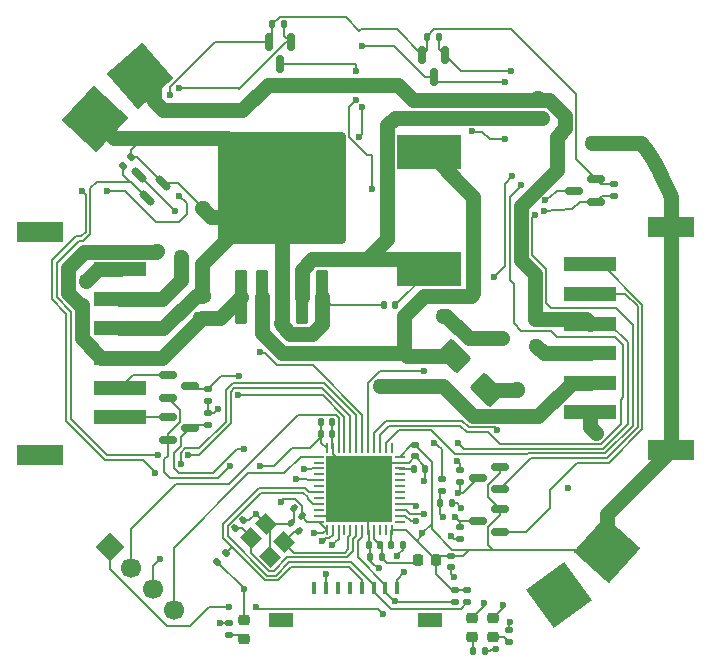
<source format=gbr>
%TF.GenerationSoftware,KiCad,Pcbnew,8.0.1*%
%TF.CreationDate,2024-09-20T18:09:38-07:00*%
%TF.ProjectId,motor_control_design,6d6f746f-725f-4636-9f6e-74726f6c5f64,rev?*%
%TF.SameCoordinates,Original*%
%TF.FileFunction,Copper,L1,Top*%
%TF.FilePolarity,Positive*%
%FSLAX46Y46*%
G04 Gerber Fmt 4.6, Leading zero omitted, Abs format (unit mm)*
G04 Created by KiCad (PCBNEW 8.0.1) date 2024-09-20 18:09:38*
%MOMM*%
%LPD*%
G01*
G04 APERTURE LIST*
G04 Aperture macros list*
%AMRoundRect*
0 Rectangle with rounded corners*
0 $1 Rounding radius*
0 $2 $3 $4 $5 $6 $7 $8 $9 X,Y pos of 4 corners*
0 Add a 4 corners polygon primitive as box body*
4,1,4,$2,$3,$4,$5,$6,$7,$8,$9,$2,$3,0*
0 Add four circle primitives for the rounded corners*
1,1,$1+$1,$2,$3*
1,1,$1+$1,$4,$5*
1,1,$1+$1,$6,$7*
1,1,$1+$1,$8,$9*
0 Add four rect primitives between the rounded corners*
20,1,$1+$1,$2,$3,$4,$5,0*
20,1,$1+$1,$4,$5,$6,$7,0*
20,1,$1+$1,$6,$7,$8,$9,0*
20,1,$1+$1,$8,$9,$2,$3,0*%
%AMHorizOval*
0 Thick line with rounded ends*
0 $1 width*
0 $2 $3 position (X,Y) of the first rounded end (center of the circle)*
0 $4 $5 position (X,Y) of the second rounded end (center of the circle)*
0 Add line between two ends*
20,1,$1,$2,$3,$4,$5,0*
0 Add two circle primitives to create the rounded ends*
1,1,$1,$2,$3*
1,1,$1,$4,$5*%
%AMRotRect*
0 Rectangle, with rotation*
0 The origin of the aperture is its center*
0 $1 length*
0 $2 width*
0 $3 Rotation angle, in degrees counterclockwise*
0 Add horizontal line*
21,1,$1,$2,0,0,$3*%
G04 Aperture macros list end*
%TA.AperFunction,SMDPad,CuDef*%
%ADD10RoundRect,0.250000X-0.475000X0.250000X-0.475000X-0.250000X0.475000X-0.250000X0.475000X0.250000X0*%
%TD*%
%TA.AperFunction,SMDPad,CuDef*%
%ADD11RoundRect,0.140000X0.219203X0.021213X0.021213X0.219203X-0.219203X-0.021213X-0.021213X-0.219203X0*%
%TD*%
%TA.AperFunction,SMDPad,CuDef*%
%ADD12RoundRect,0.135000X0.185000X-0.135000X0.185000X0.135000X-0.185000X0.135000X-0.185000X-0.135000X0*%
%TD*%
%TA.AperFunction,SMDPad,CuDef*%
%ADD13RoundRect,0.150000X0.521491X-0.309359X-0.309359X0.521491X-0.521491X0.309359X0.309359X-0.521491X0*%
%TD*%
%TA.AperFunction,SMDPad,CuDef*%
%ADD14RoundRect,0.218750X0.256250X-0.218750X0.256250X0.218750X-0.256250X0.218750X-0.256250X-0.218750X0*%
%TD*%
%TA.AperFunction,SMDPad,CuDef*%
%ADD15RoundRect,0.135000X-0.185000X0.135000X-0.185000X-0.135000X0.185000X-0.135000X0.185000X0.135000X0*%
%TD*%
%TA.AperFunction,SMDPad,CuDef*%
%ADD16RoundRect,0.218750X-0.218750X-0.256250X0.218750X-0.256250X0.218750X0.256250X-0.218750X0.256250X0*%
%TD*%
%TA.AperFunction,SMDPad,CuDef*%
%ADD17RoundRect,0.135000X-0.035355X0.226274X-0.226274X0.035355X0.035355X-0.226274X0.226274X-0.035355X0*%
%TD*%
%TA.AperFunction,SMDPad,CuDef*%
%ADD18RoundRect,0.140000X-0.140000X-0.170000X0.140000X-0.170000X0.140000X0.170000X-0.140000X0.170000X0*%
%TD*%
%TA.AperFunction,HeatsinkPad*%
%ADD19R,5.600000X5.600000*%
%TD*%
%TA.AperFunction,SMDPad,CuDef*%
%ADD20RoundRect,0.062500X0.375000X-0.062500X0.375000X0.062500X-0.375000X0.062500X-0.375000X-0.062500X0*%
%TD*%
%TA.AperFunction,SMDPad,CuDef*%
%ADD21RoundRect,0.062500X0.062500X-0.375000X0.062500X0.375000X-0.062500X0.375000X-0.062500X-0.375000X0*%
%TD*%
%TA.AperFunction,SMDPad,CuDef*%
%ADD22RoundRect,0.250000X-1.166726X0.247487X0.247487X-1.166726X1.166726X-0.247487X-0.247487X1.166726X0*%
%TD*%
%TA.AperFunction,ComponentPad*%
%ADD23RotRect,4.000000X4.000000X227.000000*%
%TD*%
%TA.AperFunction,SMDPad,CuDef*%
%ADD24R,2.000000X1.300000*%
%TD*%
%TA.AperFunction,SMDPad,CuDef*%
%ADD25R,0.400000X1.000000*%
%TD*%
%TA.AperFunction,SMDPad,CuDef*%
%ADD26RoundRect,0.135000X0.135000X0.185000X-0.135000X0.185000X-0.135000X-0.185000X0.135000X-0.185000X0*%
%TD*%
%TA.AperFunction,SMDPad,CuDef*%
%ADD27RoundRect,0.140000X-0.170000X0.140000X-0.170000X-0.140000X0.170000X-0.140000X0.170000X0.140000X0*%
%TD*%
%TA.AperFunction,SMDPad,CuDef*%
%ADD28RoundRect,0.150000X-0.150000X0.587500X-0.150000X-0.587500X0.150000X-0.587500X0.150000X0.587500X0*%
%TD*%
%TA.AperFunction,SMDPad,CuDef*%
%ADD29RoundRect,0.150000X0.587500X0.150000X-0.587500X0.150000X-0.587500X-0.150000X0.587500X-0.150000X0*%
%TD*%
%TA.AperFunction,ComponentPad*%
%ADD30RotRect,1.700000X1.700000X45.000000*%
%TD*%
%TA.AperFunction,ComponentPad*%
%ADD31HorizOval,1.700000X0.000000X0.000000X0.000000X0.000000X0*%
%TD*%
%TA.AperFunction,ComponentPad*%
%ADD32RotRect,4.000000X4.000000X131.000000*%
%TD*%
%TA.AperFunction,SMDPad,CuDef*%
%ADD33R,5.400000X2.900000*%
%TD*%
%TA.AperFunction,SMDPad,CuDef*%
%ADD34RoundRect,0.150000X-0.587500X-0.150000X0.587500X-0.150000X0.587500X0.150000X-0.587500X0.150000X0*%
%TD*%
%TA.AperFunction,SMDPad,CuDef*%
%ADD35RoundRect,0.250000X0.300000X-2.050000X0.300000X2.050000X-0.300000X2.050000X-0.300000X-2.050000X0*%
%TD*%
%TA.AperFunction,SMDPad,CuDef*%
%ADD36RoundRect,0.250000X2.375000X-2.025000X2.375000X2.025000X-2.375000X2.025000X-2.375000X-2.025000X0*%
%TD*%
%TA.AperFunction,SMDPad,CuDef*%
%ADD37RoundRect,0.250002X5.149998X-4.449998X5.149998X4.449998X-5.149998X4.449998X-5.149998X-4.449998X0*%
%TD*%
%TA.AperFunction,ComponentPad*%
%ADD38RotRect,4.000000X4.000000X138.000000*%
%TD*%
%TA.AperFunction,SMDPad,CuDef*%
%ADD39RotRect,1.400000X1.200000X135.000000*%
%TD*%
%TA.AperFunction,SMDPad,CuDef*%
%ADD40RoundRect,0.140000X0.021213X-0.219203X0.219203X-0.021213X-0.021213X0.219203X-0.219203X0.021213X0*%
%TD*%
%TA.AperFunction,SMDPad,CuDef*%
%ADD41RoundRect,0.135000X-0.135000X-0.185000X0.135000X-0.185000X0.135000X0.185000X-0.135000X0.185000X0*%
%TD*%
%TA.AperFunction,SMDPad,CuDef*%
%ADD42RoundRect,0.140000X0.140000X0.170000X-0.140000X0.170000X-0.140000X-0.170000X0.140000X-0.170000X0*%
%TD*%
%TA.AperFunction,SMDPad,CuDef*%
%ADD43R,3.911600X1.803400*%
%TD*%
%TA.AperFunction,SMDPad,CuDef*%
%ADD44R,4.495800X1.295400*%
%TD*%
%TA.AperFunction,SMDPad,CuDef*%
%ADD45RoundRect,0.135000X0.035355X-0.226274X0.226274X-0.035355X-0.035355X0.226274X-0.226274X0.035355X0*%
%TD*%
%TA.AperFunction,ComponentPad*%
%ADD46RotRect,4.000000X4.000000X36.000000*%
%TD*%
%TA.AperFunction,ViaPad*%
%ADD47C,1.270000*%
%TD*%
%TA.AperFunction,ViaPad*%
%ADD48C,0.600000*%
%TD*%
%TA.AperFunction,Conductor*%
%ADD49C,0.200000*%
%TD*%
%TA.AperFunction,Conductor*%
%ADD50C,1.270000*%
%TD*%
G04 APERTURE END LIST*
D10*
%TO.P,C14,1*%
%TO.N,GND*%
X136017000Y-86045001D03*
%TO.P,C14,2*%
%TO.N,+BATT*%
X136017000Y-87944999D03*
%TD*%
D11*
%TO.P,C4,1*%
%TO.N,+3.3V*%
X144484411Y-104733411D03*
%TO.P,C4,2*%
%TO.N,GND*%
X143805589Y-104054589D03*
%TD*%
D12*
%TO.P,R21,1*%
%TO.N,GND*%
X157861000Y-106681999D03*
%TO.P,R21,2*%
%TO.N,/E2B*%
X157861000Y-105662001D03*
%TD*%
D13*
%TO.P,Q13,1,G*%
%TO.N,/M1Q1*%
X131337074Y-77816577D03*
%TO.P,Q13,2,S*%
%TO.N,GND*%
X132680577Y-76473074D03*
%TO.P,Q13,3,D*%
%TO.N,Net-(Q13-D)*%
X130683000Y-75819000D03*
%TD*%
D14*
%TO.P,D2,1,K*%
%TO.N,Net-(D2-K)*%
X158879000Y-114937000D03*
%TO.P,D2,2,A*%
%TO.N,/LED_G*%
X158879000Y-113361998D03*
%TD*%
D15*
%TO.P,R3,1*%
%TO.N,+3.3V*%
X157480000Y-110996001D03*
%TO.P,R3,2*%
%TO.N,/NRST*%
X157480000Y-112015999D03*
%TD*%
D16*
%TO.P,FB1,1*%
%TO.N,+3.3VA*%
X154279500Y-108458000D03*
%TO.P,FB1,2*%
%TO.N,+3.3V*%
X155854500Y-108458000D03*
%TD*%
D17*
%TO.P,R1,1*%
%TO.N,/SDA*%
X138028624Y-107843376D03*
%TO.P,R1,2*%
%TO.N,+3.3V*%
X137307376Y-108564624D03*
%TD*%
D18*
%TO.P,C7,1*%
%TO.N,Net-(U1-VCAP1)*%
X153952000Y-100711000D03*
%TO.P,C7,2*%
%TO.N,GND*%
X154912000Y-100711000D03*
%TD*%
D19*
%TO.P,U1,49,VSS*%
%TO.N,GND*%
X149333570Y-102427000D03*
D20*
%TO.P,U1,48,VDD*%
%TO.N,+3.3V*%
X145896070Y-105177000D03*
%TO.P,U1,47,VSS*%
%TO.N,GND*%
X145896070Y-104677000D03*
%TO.P,U1,46,PB9*%
%TO.N,unconnected-(U1-PB9-Pad46)*%
X145896070Y-104176999D03*
%TO.P,U1,45,PB8*%
%TO.N,/SCL*%
X145896070Y-103677000D03*
%TO.P,U1,44,BOOT0*%
%TO.N,unconnected-(U1-BOOT0-Pad44)*%
X145896070Y-103177001D03*
%TO.P,U1,43,PB7*%
%TO.N,/SDA*%
X145896070Y-102677000D03*
%TO.P,U1,42,PB6*%
%TO.N,unconnected-(U1-PB6-Pad42)*%
X145896070Y-102177000D03*
%TO.P,U1,41,PB5*%
%TO.N,/E1B*%
X145896070Y-101676999D03*
%TO.P,U1,40,PB4*%
%TO.N,unconnected-(U1-PB4-Pad40)*%
X145896070Y-101177000D03*
%TO.P,U1,39,PB3*%
%TO.N,/E1A*%
X145896070Y-100677001D03*
%TO.P,U1,38,PA15*%
%TO.N,unconnected-(U1-PA15-Pad38)*%
X145896070Y-100177000D03*
%TO.P,U1,37,PA14*%
%TO.N,/SWCLK*%
X145896070Y-99677000D03*
D21*
%TO.P,U1,36,VDD*%
%TO.N,+3.3V*%
X146583570Y-98989500D03*
%TO.P,U1,35,VSS*%
%TO.N,GND*%
X147083570Y-98989500D03*
%TO.P,U1,34,PA13*%
%TO.N,/SWDIO*%
X147583571Y-98989500D03*
%TO.P,U1,33,PA12*%
%TO.N,/M1Q2*%
X148083570Y-98989500D03*
%TO.P,U1,32,PA11*%
%TO.N,/M1Q1*%
X148583569Y-98989500D03*
%TO.P,U1,31,PA10*%
%TO.N,/M1Q3*%
X149083570Y-98989500D03*
%TO.P,U1,30,PA9*%
%TO.N,/M1Q4*%
X149583570Y-98989500D03*
%TO.P,U1,29,PA8*%
%TO.N,/M2Q4*%
X150083571Y-98989500D03*
%TO.P,U1,28,PB15*%
%TO.N,/M2Q2*%
X150583570Y-98989500D03*
%TO.P,U1,27,PB14*%
%TO.N,/M2Q1*%
X151083569Y-98989500D03*
%TO.P,U1,26,PB13*%
%TO.N,/M2Q3*%
X151583570Y-98989500D03*
%TO.P,U1,25,PB12*%
%TO.N,unconnected-(U1-PB12-Pad25)*%
X152083570Y-98989500D03*
D20*
%TO.P,U1,24,VDD*%
%TO.N,+3.3V*%
X152771070Y-99677000D03*
%TO.P,U1,23,VSS*%
%TO.N,GND*%
X152771070Y-100177000D03*
%TO.P,U1,22,VCAP1*%
%TO.N,Net-(U1-VCAP1)*%
X152771070Y-100677001D03*
%TO.P,U1,21,PB10*%
%TO.N,unconnected-(U1-PB10-Pad21)*%
X152771070Y-101177000D03*
%TO.P,U1,20,PB2*%
%TO.N,unconnected-(U1-PB2-Pad20)*%
X152771070Y-101676999D03*
%TO.P,U1,19,PB1*%
%TO.N,unconnected-(U1-PB1-Pad19)*%
X152771070Y-102177000D03*
%TO.P,U1,18,PB0*%
%TO.N,unconnected-(U1-PB0-Pad18)*%
X152771070Y-102677000D03*
%TO.P,U1,17,PA7*%
%TO.N,unconnected-(U1-PA7-Pad17)*%
X152771070Y-103177001D03*
%TO.P,U1,16,PA6*%
%TO.N,/E2A*%
X152771070Y-103677000D03*
%TO.P,U1,15,PA5*%
%TO.N,/E2B*%
X152771070Y-104176999D03*
%TO.P,U1,14,PA4*%
%TO.N,/VBatt_sense*%
X152771070Y-104677000D03*
%TO.P,U1,13,PA3*%
%TO.N,unconnected-(U1-PA3-Pad13)*%
X152771070Y-105177000D03*
D21*
%TO.P,U1,12,PA2*%
%TO.N,+3.3V*%
X152083570Y-105864500D03*
%TO.P,U1,11,PA1*%
%TO.N,unconnected-(U1-PA1-Pad11)*%
X151583570Y-105864500D03*
%TO.P,U1,10,PA0*%
%TO.N,unconnected-(U1-PA0-Pad10)*%
X151083569Y-105864500D03*
%TO.P,U1,9,VREF+*%
%TO.N,+3.3VA*%
X150583570Y-105864500D03*
%TO.P,U1,8,VSSA*%
%TO.N,GND*%
X150083571Y-105864500D03*
%TO.P,U1,7,NRST*%
%TO.N,/NRST*%
X149583570Y-105864500D03*
%TO.P,U1,6,PH1*%
%TO.N,/OSC_OUT*%
X149083570Y-105864500D03*
%TO.P,U1,5,PH0*%
%TO.N,/OSC_IN*%
X148583569Y-105864500D03*
%TO.P,U1,4,PC15*%
%TO.N,unconnected-(U1-PC15-Pad4)*%
X148083570Y-105864500D03*
%TO.P,U1,3,PC14*%
%TO.N,/LED_B*%
X147583571Y-105864500D03*
%TO.P,U1,2,PC13*%
%TO.N,/LED_G*%
X147083570Y-105864500D03*
%TO.P,U1,1,VBAT*%
%TO.N,+3.3V*%
X146583570Y-105864500D03*
%TD*%
D22*
%TO.P,D11,2,A*%
%TO.N,GND*%
X160164214Y-93997214D03*
%TO.P,D11,1,K*%
%TO.N,Net-(D11-K)*%
X157335786Y-91168786D03*
%TD*%
D23*
%TO.P,J4,1,Pin_1*%
%TO.N,GND*%
X127000000Y-71120000D03*
%TD*%
D14*
%TO.P,D3,1,K*%
%TO.N,Net-(D3-K)*%
X160657000Y-114937000D03*
%TO.P,D3,2,A*%
%TO.N,/LED_B*%
X160657000Y-113361998D03*
%TD*%
D24*
%TO.P,J5,MP*%
%TO.N,N/C*%
X155348000Y-113538000D03*
X142748000Y-113538000D03*
D25*
%TO.P,J5,8,Pin_8*%
%TO.N,GND*%
X152548000Y-110838000D03*
%TO.P,J5,7,Pin_7*%
%TO.N,/NRST*%
X151548000Y-110838000D03*
%TO.P,J5,6,Pin_6*%
%TO.N,/SCL*%
X150548000Y-110838000D03*
%TO.P,J5,5,Pin_5*%
%TO.N,/SDA*%
X149548000Y-110838000D03*
%TO.P,J5,4,Pin_4*%
%TO.N,/S2*%
X148548000Y-110838000D03*
%TO.P,J5,3,Pin_3*%
%TO.N,/S1*%
X147548000Y-110838000D03*
%TO.P,J5,2,Pin_2*%
%TO.N,+3.3V*%
X146548000Y-110838000D03*
%TO.P,J5,1,Pin_1*%
%TO.N,VBUS*%
X145548000Y-110838000D03*
%TD*%
D26*
%TO.P,R24,1*%
%TO.N,/M2Q3*%
X156084999Y-64135000D03*
%TO.P,R24,2*%
%TO.N,GND*%
X155065001Y-64135000D03*
%TD*%
D27*
%TO.P,C11,1*%
%TO.N,+3.3V*%
X157099000Y-108105000D03*
%TO.P,C11,2*%
%TO.N,GND*%
X157099000Y-109065000D03*
%TD*%
D11*
%TO.P,C2,1*%
%TO.N,/OSC_IN*%
X144230411Y-106003411D03*
%TO.P,C2,2*%
%TO.N,GND*%
X143551589Y-105324589D03*
%TD*%
D12*
%TO.P,R8,1*%
%TO.N,Net-(D3-K)*%
X162054000Y-115395997D03*
%TO.P,R8,2*%
%TO.N,GND*%
X162054000Y-114375999D03*
%TD*%
D18*
%TO.P,C15,1*%
%TO.N,GND*%
X151440000Y-86868000D03*
%TO.P,C15,2*%
%TO.N,+3.3V*%
X152400000Y-86868000D03*
%TD*%
D28*
%TO.P,Q4,1,G*%
%TO.N,/M1Q3*%
X143571000Y-64594500D03*
%TO.P,Q4,2,S*%
%TO.N,GND*%
X141671000Y-64594500D03*
%TO.P,Q4,3,D*%
%TO.N,Net-(Q1-G)*%
X142621000Y-66469501D03*
%TD*%
D29*
%TO.P,Q5,1,G*%
%TO.N,/M2Q1*%
X169418000Y-78105000D03*
%TO.P,Q5,2,S*%
%TO.N,GND*%
X169418000Y-76205000D03*
%TO.P,Q5,3,D*%
%TO.N,Net-(Q5-D)*%
X167542999Y-77155000D03*
%TD*%
D15*
%TO.P,R10,1*%
%TO.N,GND*%
X136525000Y-96012000D03*
%TO.P,R10,2*%
%TO.N,/E1B*%
X136525000Y-97031998D03*
%TD*%
D12*
%TO.P,R9,1*%
%TO.N,GND*%
X136525000Y-94997999D03*
%TO.P,R9,2*%
%TO.N,/E1A*%
X136525000Y-93978001D03*
%TD*%
D30*
%TO.P,J2,1,Pin_1*%
%TO.N,/NRST*%
X128251949Y-107296949D03*
D31*
%TO.P,J2,2,Pin_2*%
%TO.N,/SWDIO*%
X130048000Y-109093000D03*
%TO.P,J2,3,Pin_3*%
%TO.N,GND*%
X131844051Y-110889051D03*
%TO.P,J2,4,Pin_4*%
%TO.N,/SWCLK*%
X133640103Y-112685103D03*
%TD*%
D32*
%TO.P,J3,1,Pin_1*%
%TO.N,+BATT*%
X130810000Y-67437000D03*
%TD*%
D12*
%TO.P,R2,1*%
%TO.N,/SCL*%
X158496000Y-112015999D03*
%TO.P,R2,2*%
%TO.N,+3.3V*%
X158496000Y-110996001D03*
%TD*%
%TO.P,R17,1*%
%TO.N,/M2Q1*%
X170942000Y-77597000D03*
%TO.P,R17,2*%
%TO.N,GND*%
X170942000Y-76577002D03*
%TD*%
D18*
%TO.P,C1,1*%
%TO.N,+3.3V*%
X146078000Y-96774000D03*
%TO.P,C1,2*%
%TO.N,GND*%
X147038000Y-96774000D03*
%TD*%
D33*
%TO.P,L1,2,2*%
%TO.N,+3.3V*%
X155232000Y-83814002D03*
%TO.P,L1,1,1*%
%TO.N,Net-(D11-K)*%
X155232000Y-73914000D03*
%TD*%
D34*
%TO.P,Q10,1,G*%
%TO.N,Net-(J6-Pin_6)*%
X133126000Y-96332000D03*
%TO.P,Q10,2,S*%
%TO.N,+3.3V*%
X133126000Y-98232000D03*
%TO.P,Q10,3,D*%
%TO.N,/E1B*%
X135001000Y-97282000D03*
%TD*%
D15*
%TO.P,R22,1*%
%TO.N,GND*%
X157861000Y-100836001D03*
%TO.P,R22,2*%
%TO.N,/E2A*%
X157861000Y-101855999D03*
%TD*%
D12*
%TO.P,R5,1*%
%TO.N,Net-(D1-K)*%
X138303000Y-114809999D03*
%TO.P,R5,2*%
%TO.N,GND*%
X138303000Y-113790001D03*
%TD*%
D35*
%TO.P,U3,1,VIN*%
%TO.N,+BATT*%
X139367000Y-86124000D03*
%TO.P,U3,2,OUT*%
%TO.N,Net-(D11-K)*%
X141067000Y-86123999D03*
%TO.P,U3,3,GND*%
%TO.N,GND*%
X142767000Y-86124000D03*
D36*
X139992000Y-79399000D03*
X145542000Y-79399000D03*
D37*
X142767000Y-76974000D03*
D36*
X139992000Y-74549000D03*
X145542000Y-74549000D03*
D35*
%TO.P,U3,4,FB*%
%TO.N,+3.3V*%
X144467000Y-86123999D03*
%TO.P,U3,5,~{ON}/OFF*%
%TO.N,GND*%
X146167000Y-86124000D03*
%TD*%
D29*
%TO.P,Q11,1,G*%
%TO.N,Net-(J8-Pin_6)*%
X161290000Y-106040000D03*
%TO.P,Q11,2,S*%
%TO.N,+3.3V*%
X161290000Y-104140000D03*
%TO.P,Q11,3,D*%
%TO.N,/E2B*%
X159414999Y-105090000D03*
%TD*%
D15*
%TO.P,R11,1*%
%TO.N,+BATT*%
X156337000Y-101598001D03*
%TO.P,R11,2*%
%TO.N,/VBatt_sense*%
X156337000Y-102617999D03*
%TD*%
D38*
%TO.P,J10,1,Pin_1*%
%TO.N,+3.3V*%
X170307000Y-107569000D03*
%TD*%
D29*
%TO.P,Q12,1,G*%
%TO.N,Net-(J8-Pin_5)*%
X161260001Y-102423000D03*
%TO.P,Q12,2,S*%
%TO.N,+3.3V*%
X161260001Y-100523000D03*
%TO.P,Q12,3,D*%
%TO.N,/E2A*%
X159385000Y-101473000D03*
%TD*%
D18*
%TO.P,C3,1*%
%TO.N,+3.3V*%
X152047000Y-107188000D03*
%TO.P,C3,2*%
%TO.N,GND*%
X153007000Y-107188000D03*
%TD*%
D39*
%TO.P,Y1,1,1*%
%TO.N,/OSC_IN*%
X142965716Y-106934000D03*
%TO.P,Y1,2,2*%
%TO.N,GND*%
X141410081Y-105378365D03*
%TO.P,Y1,3,3*%
%TO.N,/OSC_OUT*%
X140208000Y-106580446D03*
%TO.P,Y1,4,4*%
%TO.N,GND*%
X141763635Y-108136081D03*
%TD*%
D26*
%TO.P,R6,1*%
%TO.N,/M1Q3*%
X143003999Y-63070499D03*
%TO.P,R6,2*%
%TO.N,GND*%
X141984001Y-63070499D03*
%TD*%
D18*
%TO.P,C8,1*%
%TO.N,+3.3V*%
X146078000Y-97790000D03*
%TO.P,C8,2*%
%TO.N,GND*%
X147038000Y-97790000D03*
%TD*%
D34*
%TO.P,Q8,1,G*%
%TO.N,Net-(J6-Pin_5)*%
X133126000Y-92776000D03*
%TO.P,Q8,2,S*%
%TO.N,+3.3V*%
X133126000Y-94676000D03*
%TO.P,Q8,3,D*%
%TO.N,/E1A*%
X135001000Y-93726000D03*
%TD*%
D40*
%TO.P,C5,1*%
%TO.N,/OSC_OUT*%
X138852589Y-105749411D03*
%TO.P,C5,2*%
%TO.N,GND*%
X139531411Y-105070589D03*
%TD*%
D41*
%TO.P,R7,1*%
%TO.N,Net-(D2-K)*%
X159004000Y-116155998D03*
%TO.P,R7,2*%
%TO.N,GND*%
X160024000Y-116155998D03*
%TD*%
D42*
%TO.P,C9,1*%
%TO.N,+3.3VA*%
X151102000Y-107188000D03*
%TO.P,C9,2*%
%TO.N,GND*%
X150142000Y-107188000D03*
%TD*%
%TO.P,C10,1*%
%TO.N,+3.3VA*%
X151229000Y-108204000D03*
%TO.P,C10,2*%
%TO.N,GND*%
X150269000Y-108204000D03*
%TD*%
D43*
%TO.P,J6,8*%
%TO.N,N/C*%
X122310953Y-99530498D03*
%TO.P,J6,7*%
X122310944Y-80630497D03*
D44*
%TO.P,J6,6,Pin_6*%
%TO.N,Net-(J6-Pin_6)*%
X129110949Y-96330498D03*
%TO.P,J6,5,Pin_5*%
%TO.N,Net-(J6-Pin_5)*%
X129110944Y-93830497D03*
%TO.P,J6,4,Pin_4*%
%TO.N,+BATT*%
X129110945Y-91330496D03*
%TO.P,J6,3,Pin_3*%
%TO.N,GND*%
X129110948Y-88830496D03*
%TO.P,J6,2,Pin_2*%
%TO.N,/M1B*%
X129110946Y-86330501D03*
%TO.P,J6,1,Pin_1*%
%TO.N,/M1A*%
X129110946Y-83830497D03*
%TD*%
D14*
%TO.P,D1,1,K*%
%TO.N,Net-(D1-K)*%
X139573000Y-115087501D03*
%TO.P,D1,2,A*%
%TO.N,+3.3V*%
X139573000Y-113512499D03*
%TD*%
D43*
%TO.P,J8,8*%
%TO.N,N/C*%
X175712194Y-80211998D03*
%TO.P,J8,7*%
X175712202Y-99111999D03*
D44*
%TO.P,J8,6,Pin_6*%
%TO.N,Net-(J8-Pin_6)*%
X168912197Y-83411998D03*
%TO.P,J8,5,Pin_5*%
%TO.N,Net-(J8-Pin_5)*%
X168912202Y-85911999D03*
%TO.P,J8,4,Pin_4*%
%TO.N,+BATT*%
X168912201Y-88412000D03*
%TO.P,J8,3,Pin_3*%
%TO.N,GND*%
X168912198Y-90912000D03*
%TO.P,J8,2,Pin_2*%
%TO.N,/M2B*%
X168912200Y-93411995D03*
%TO.P,J8,1,Pin_1*%
%TO.N,/M2A*%
X168912200Y-95911999D03*
%TD*%
D45*
%TO.P,R4,1*%
%TO.N,/M1Q1*%
X129306376Y-75036624D03*
%TO.P,R4,2*%
%TO.N,GND*%
X130027624Y-74315376D03*
%TD*%
D27*
%TO.P,C6,1*%
%TO.N,+3.3V*%
X154051000Y-98707000D03*
%TO.P,C6,2*%
%TO.N,GND*%
X154051000Y-99667000D03*
%TD*%
D46*
%TO.P,J9,1,Pin_1*%
%TO.N,GND*%
X166243000Y-111379000D03*
%TD*%
D41*
%TO.P,R12,1*%
%TO.N,/VBatt_sense*%
X156208000Y-103632000D03*
%TO.P,R12,2*%
%TO.N,GND*%
X157228000Y-103632000D03*
%TD*%
D28*
%TO.P,Q16,1,G*%
%TO.N,/M2Q3*%
X156586000Y-65659000D03*
%TO.P,Q16,2,S*%
%TO.N,GND*%
X154686000Y-65659000D03*
%TO.P,Q16,3,D*%
%TO.N,Net-(Q14-G)*%
X155636000Y-67534001D03*
%TD*%
D47*
%TO.N,GND*%
X162687000Y-93980000D03*
D48*
X167005000Y-102362000D03*
X133350000Y-72517000D03*
X140589000Y-104521000D03*
X137414000Y-95631000D03*
X133350000Y-69088000D03*
X151003000Y-109093000D03*
X153162000Y-109474000D03*
D47*
X164338000Y-90297000D03*
D48*
X132461000Y-108331000D03*
D47*
X156464000Y-87757000D03*
X142748000Y-88392000D03*
X136144000Y-78613000D03*
D48*
X154813000Y-101727000D03*
X157607000Y-100076000D03*
X162092246Y-113648548D03*
X157099000Y-106426000D03*
X160909000Y-115951000D03*
D47*
X161417000Y-89662000D03*
D48*
X157988000Y-104013000D03*
X157353000Y-109855000D03*
X137541000Y-113792000D03*
X152527000Y-108077000D03*
%TO.N,+3.3V*%
X138430000Y-100457000D03*
X140908927Y-100459279D03*
X154686000Y-106172000D03*
D47*
X169037000Y-73152000D03*
D48*
X142748000Y-103505000D03*
X139573000Y-110871000D03*
D47*
X164846000Y-70993000D03*
D48*
X146558000Y-109601000D03*
X145542000Y-106172000D03*
%TO.N,+BATT*%
X157734000Y-98552000D03*
X155702000Y-98552000D03*
D47*
X132207000Y-82296000D03*
X164465000Y-69342000D03*
D48*
%TO.N,/LED_G*%
X159874357Y-112112738D03*
X146177000Y-106807000D03*
%TO.N,/LED_B*%
X161544000Y-112268000D03*
X147066000Y-107188000D03*
D47*
%TO.N,/M1A*%
X126238000Y-84836000D03*
%TO.N,/M1B*%
X134239000Y-82804000D03*
D48*
%TO.N,/NRST*%
X138303000Y-112395000D03*
X152400000Y-111887000D03*
X140589000Y-112395000D03*
X151384000Y-113030000D03*
%TO.N,/M1Q3*%
X134112000Y-68453000D03*
X134112000Y-77597000D03*
X125857000Y-77216000D03*
X132080000Y-101092000D03*
X134239000Y-100330000D03*
X128016000Y-77216000D03*
%TO.N,/M1Q1*%
X134874000Y-99568000D03*
X132334000Y-99568000D03*
%TO.N,/M1Q4*%
X140970000Y-90805000D03*
%TO.N,/M1Q2*%
X139065000Y-94488000D03*
%TO.N,/VBatt_sense*%
X156464000Y-104775000D03*
X154178000Y-105156000D03*
%TO.N,/M2Q1*%
X164973000Y-78867000D03*
X163068000Y-76708000D03*
%TO.N,/M2Q3*%
X164211000Y-79248000D03*
X162179000Y-67056000D03*
%TO.N,/M2Q4*%
X154813000Y-92456000D03*
%TO.N,/M2Q2*%
X161036000Y-97409000D03*
D47*
%TO.N,/M2A*%
X169418000Y-97663000D03*
%TO.N,/M2B*%
X151130000Y-93726000D03*
D48*
%TO.N,/E1A*%
X144653000Y-100711000D03*
X139192000Y-92837000D03*
%TO.N,/E1B*%
X144018000Y-101600000D03*
X139573000Y-99060000D03*
%TO.N,/E2B*%
X154813000Y-104521000D03*
X157480000Y-104775000D03*
%TO.N,/E2A*%
X157734000Y-102743000D03*
X154178000Y-103886000D03*
%TO.N,Net-(Q1-G)*%
X149098000Y-67056000D03*
X149098000Y-69469000D03*
X150404939Y-77027648D03*
%TO.N,Net-(Q13-D)*%
X133731000Y-78867000D03*
%TO.N,Net-(Q5-D)*%
X160782000Y-84455000D03*
X162306000Y-75946000D03*
X165100000Y-77978000D03*
%TO.N,Net-(Q14-G)*%
X161671000Y-67945000D03*
X149606000Y-64897000D03*
X161671000Y-72771000D03*
X149606000Y-70104000D03*
X158877000Y-72136000D03*
X149352000Y-72644000D03*
%TD*%
D49*
%TO.N,/SWDIO*%
X147618000Y-96417866D02*
X147618000Y-98955071D01*
X147339134Y-96139000D02*
X147618000Y-96417866D01*
X144145000Y-96139000D02*
X147339134Y-96139000D01*
X138303000Y-101981000D02*
X144145000Y-96139000D01*
X147618000Y-98955071D02*
X147583571Y-98989500D01*
X133858000Y-101981000D02*
X138303000Y-101981000D01*
X130048000Y-105791000D02*
X133858000Y-101981000D01*
X130048000Y-109093000D02*
X130048000Y-105791000D01*
D50*
%TO.N,+BATT*%
X137546001Y-87944999D02*
X139367000Y-86124000D01*
X136017000Y-87944999D02*
X137546001Y-87944999D01*
X132631503Y-91330496D02*
X136017000Y-87944999D01*
X129110945Y-91330496D02*
X132631503Y-91330496D01*
%TO.N,GND*%
X136017000Y-83374000D02*
X139992000Y-79399000D01*
X136017000Y-86045001D02*
X136017000Y-83374000D01*
X135528211Y-86045001D02*
X136017000Y-86045001D01*
X132742716Y-88830496D02*
X135528211Y-86045001D01*
X129110948Y-88830496D02*
X132742716Y-88830496D01*
%TO.N,+BATT*%
X131161602Y-91330496D02*
X129110945Y-91330496D01*
%TO.N,GND*%
X162687000Y-93980000D02*
X162704214Y-93997214D01*
X162669786Y-93997214D02*
X162687000Y-93980000D01*
X160164214Y-93997214D02*
X162669786Y-93997214D01*
D49*
X152542000Y-63515000D02*
X154686000Y-65659000D01*
D50*
X142767000Y-88373000D02*
X142767000Y-86124000D01*
D49*
X150269000Y-108204000D02*
X150269000Y-108486000D01*
X157607000Y-103632000D02*
X157988000Y-104013000D01*
X154912000Y-100711000D02*
X154912000Y-101628000D01*
X153541000Y-100177000D02*
X154051000Y-99667000D01*
X160909000Y-115951000D02*
X160909000Y-115824000D01*
D50*
X128548262Y-72668262D02*
X127000000Y-71120000D01*
D49*
X131844051Y-108947949D02*
X132461000Y-108331000D01*
X141746477Y-105714761D02*
X141410081Y-105378365D01*
X157228000Y-103632000D02*
X157607000Y-103632000D01*
X157354999Y-106681999D02*
X157099000Y-106426000D01*
X132680577Y-76473074D02*
X134004074Y-76473074D01*
X150269000Y-108486000D02*
X150622000Y-108839000D01*
X142604001Y-62450499D02*
X141984001Y-63070499D01*
X137671998Y-113790001D02*
X137541000Y-113792000D01*
X149333570Y-102427000D02*
X151583570Y-100177000D01*
D50*
X142767000Y-86124000D02*
X142767000Y-76974000D01*
D49*
X167686000Y-74473000D02*
X167686000Y-69007000D01*
X155065001Y-64135000D02*
X155065001Y-65279999D01*
X160450002Y-116155998D02*
X160655000Y-115951000D01*
X141984001Y-63070499D02*
X141984001Y-64281499D01*
X136525000Y-94997999D02*
X136525000Y-96012000D01*
X147038000Y-97790000D02*
X147038000Y-98943930D01*
X157861000Y-106681999D02*
X157354999Y-106681999D01*
D50*
X136144000Y-78613000D02*
X136017000Y-78613000D01*
D49*
X155700001Y-63500000D02*
X155065001Y-64135000D01*
D50*
X139992000Y-79399000D02*
X136803000Y-79399000D01*
D49*
X150083571Y-105864500D02*
X150083571Y-103177001D01*
X160655000Y-115951000D02*
X160909000Y-115951000D01*
X160782000Y-115824000D02*
X160909000Y-115951000D01*
D50*
X164953000Y-90912000D02*
X164338000Y-90297000D01*
D49*
X134004074Y-76473074D02*
X136144000Y-78613000D01*
X150622000Y-108839000D02*
X150749000Y-108966000D01*
X137541000Y-113792000D02*
X137668000Y-113790001D01*
X148175499Y-62450499D02*
X142604001Y-62450499D01*
X140552716Y-104521000D02*
X140589000Y-104557284D01*
X131844051Y-110889051D02*
X131844051Y-108947949D01*
X167686000Y-69007000D02*
X162179000Y-63500000D01*
D50*
X158623000Y-89662000D02*
X156718000Y-87757000D01*
D49*
X141763635Y-108136081D02*
X141746477Y-108118923D01*
X150142000Y-107188000D02*
X150142000Y-105922929D01*
D50*
X146167000Y-88424000D02*
X145332001Y-89258999D01*
D49*
X149352000Y-63627000D02*
X148175499Y-62450499D01*
X157861000Y-100330000D02*
X157607000Y-100076000D01*
X133350000Y-68615000D02*
X133350000Y-69088000D01*
D50*
X139992000Y-74549000D02*
X138111262Y-72668262D01*
D49*
X149464000Y-63515000D02*
X152542000Y-63515000D01*
D50*
X161417000Y-89662000D02*
X158623000Y-89662000D01*
D49*
X151003000Y-109093000D02*
X150876000Y-108966000D01*
X152527000Y-108077000D02*
X152546000Y-108058000D01*
X130027624Y-73704638D02*
X131064000Y-72668262D01*
X143497813Y-105378365D02*
X143551589Y-105324589D01*
X140589000Y-104521000D02*
X140552716Y-104521000D01*
X150083571Y-103177001D02*
X149333570Y-102427000D01*
X150269000Y-108204000D02*
X150269000Y-107315000D01*
D50*
X142767000Y-88411000D02*
X142748000Y-88392000D01*
D49*
X139531411Y-105070589D02*
X140039411Y-105070589D01*
X130027624Y-74315376D02*
X130027624Y-73704638D01*
X147038000Y-98943930D02*
X147083570Y-98989500D01*
X147038000Y-96774000D02*
X147038000Y-97790000D01*
D50*
X143487999Y-89258999D02*
X142767000Y-88538000D01*
D49*
X160024000Y-116155998D02*
X160450002Y-116155998D01*
D50*
X145332001Y-89258999D02*
X143487999Y-89258999D01*
D49*
X145896070Y-104677000D02*
X147083570Y-104677000D01*
X147083570Y-104677000D02*
X149333570Y-102427000D01*
X143805589Y-104054589D02*
X143805589Y-105070589D01*
X151583570Y-100177000D02*
X152771070Y-100177000D01*
X133350000Y-68366471D02*
X133350000Y-68615000D01*
D50*
X136144000Y-78740000D02*
X136144000Y-78613000D01*
D49*
X130522879Y-74315376D02*
X132680577Y-76473074D01*
D50*
X142767000Y-88538000D02*
X142767000Y-88411000D01*
D49*
X170942000Y-76577002D02*
X169790002Y-76577002D01*
X141410081Y-105378365D02*
X143497813Y-105378365D01*
D50*
X168912198Y-90912000D02*
X164953000Y-90912000D01*
D49*
X152548000Y-110088000D02*
X153162000Y-109474000D01*
X146911000Y-86868000D02*
X146167000Y-86124000D01*
X154912000Y-100528000D02*
X154051000Y-99667000D01*
X130027624Y-74315376D02*
X130522879Y-74315376D01*
X150142000Y-105922929D02*
X150083571Y-105864500D01*
X137033000Y-96012000D02*
X137414000Y-95631000D01*
X154912000Y-101628000D02*
X154813000Y-101727000D01*
X141410081Y-105378365D02*
X140589000Y-104557284D01*
X138303000Y-113790001D02*
X137671998Y-113790001D01*
X149333570Y-102427000D02*
X149333570Y-101691385D01*
X150269000Y-107315000D02*
X150142000Y-107188000D01*
X149333570Y-101691385D02*
X147083570Y-99441385D01*
X152548000Y-110838000D02*
X152548000Y-110088000D01*
X141671000Y-64594500D02*
X137121971Y-64594500D01*
X149352000Y-63627000D02*
X149464000Y-63515000D01*
X153007000Y-107188000D02*
X153007000Y-107597000D01*
X162054000Y-114375999D02*
X162054000Y-113686794D01*
D50*
X146167000Y-86124000D02*
X146167000Y-88424000D01*
D49*
X141746477Y-108118923D02*
X141746477Y-105714761D01*
D50*
X136017000Y-78613000D02*
X136017000Y-78613000D01*
X136803000Y-79399000D02*
X136144000Y-78740000D01*
D49*
X151440000Y-86868000D02*
X146911000Y-86868000D01*
X141984001Y-64281499D02*
X141671000Y-64594500D01*
X145542000Y-74168000D02*
X145542000Y-74549000D01*
X155065001Y-65279999D02*
X154686000Y-65659000D01*
X152771070Y-100177000D02*
X153541000Y-100177000D01*
X143805589Y-105070589D02*
X143551589Y-105324589D01*
X140589000Y-104557284D02*
X140589000Y-104521000D01*
X169418000Y-76205000D02*
X167686000Y-74473000D01*
X137121971Y-64594500D02*
X133350000Y-68366471D01*
X169790002Y-76577002D02*
X169418000Y-76205000D01*
X154912000Y-100711000D02*
X154912000Y-100528000D01*
X140039411Y-105070589D02*
X140589000Y-104521000D01*
X157861000Y-100836001D02*
X157861000Y-100330000D01*
X150749000Y-108966000D02*
X151003000Y-109093000D01*
X136525000Y-96012000D02*
X137033000Y-96012000D01*
D50*
X138111262Y-72668262D02*
X131064000Y-72668262D01*
D49*
X162054000Y-113686794D02*
X162092246Y-113648548D01*
X152654000Y-107950000D02*
X152527000Y-108077000D01*
X162179000Y-63500000D02*
X155700001Y-63500000D01*
X153007000Y-107597000D02*
X152654000Y-107950000D01*
D50*
X156718000Y-87757000D02*
X156464000Y-87757000D01*
X142748000Y-88392000D02*
X142767000Y-88373000D01*
D49*
X157099000Y-109065000D02*
X157099000Y-109601000D01*
X147083570Y-99441385D02*
X147083570Y-98989500D01*
X157099000Y-109601000D02*
X157353000Y-109855000D01*
D50*
X131064000Y-72668262D02*
X128548262Y-72668262D01*
D49*
X137668000Y-113790001D02*
X137669999Y-113790001D01*
%TO.N,+3.3V*%
X133126000Y-98232000D02*
X133126000Y-99624529D01*
X132842000Y-99908529D02*
X132842000Y-100965000D01*
X155232000Y-84036000D02*
X155232000Y-83814002D01*
X142748000Y-103505000D02*
X142748000Y-103378000D01*
D50*
X152333000Y-70993000D02*
X151697000Y-71629000D01*
D49*
X154051000Y-98707000D02*
X153741070Y-98707000D01*
X154051000Y-98707000D02*
X155492000Y-100148000D01*
X160222501Y-103072501D02*
X161290000Y-104140000D01*
X161290000Y-104593051D02*
X160252500Y-105630551D01*
D50*
X149987000Y-82989000D02*
X145357000Y-82989000D01*
X173535499Y-73518041D02*
X173169458Y-73152000D01*
D49*
X158623000Y-107569000D02*
X157226000Y-107569000D01*
X146078000Y-98483930D02*
X146583570Y-98989500D01*
X145896070Y-105177000D02*
X146583570Y-105864500D01*
X157226000Y-107569000D02*
X155492000Y-105835000D01*
X140911206Y-100457000D02*
X140908927Y-100459279D01*
X143864670Y-103251000D02*
X142875000Y-103251000D01*
X134163500Y-96741448D02*
X133126000Y-97778948D01*
X160222501Y-102082448D02*
X160222501Y-103072501D01*
D50*
X175712202Y-99111999D02*
X175712202Y-85646403D01*
D49*
X157226000Y-110996001D02*
X155854500Y-109624501D01*
X160655000Y-107569000D02*
X170307000Y-107569000D01*
X144484411Y-103870741D02*
X143864670Y-103251000D01*
X134163500Y-95713500D02*
X134163500Y-96741448D01*
X155492000Y-105366000D02*
X154686000Y-106172000D01*
X146276070Y-106172000D02*
X145542000Y-106172000D01*
X154559000Y-106426000D02*
X154190750Y-106794250D01*
X160252500Y-105630551D02*
X160252500Y-107166500D01*
X154190750Y-106794250D02*
X155854500Y-108458000D01*
X153261000Y-105864500D02*
X154190750Y-106794250D01*
D50*
X175525954Y-77237936D02*
X175079371Y-76281442D01*
D49*
X158623000Y-107569000D02*
X160655000Y-107569000D01*
D50*
X151697000Y-71629000D02*
X151697000Y-81279000D01*
D49*
X132842000Y-100965000D02*
X133350000Y-101473000D01*
X146078000Y-97790000D02*
X146078000Y-98483930D01*
D50*
X154406998Y-82989000D02*
X149987000Y-82989000D01*
D49*
X142113000Y-100457000D02*
X140911206Y-100457000D01*
X146558000Y-110828000D02*
X146548000Y-110838000D01*
D50*
X151697000Y-81279000D02*
X149987000Y-82989000D01*
D49*
X152400000Y-86868000D02*
X155232000Y-84036000D01*
X133126000Y-94676000D02*
X134163500Y-95713500D01*
D50*
X174083476Y-74420249D02*
X173535499Y-73518041D01*
D49*
X146583570Y-105864500D02*
X146276070Y-106172000D01*
X157099000Y-108105000D02*
X158087000Y-108105000D01*
X139573000Y-113512499D02*
X139573000Y-110871000D01*
X142875000Y-103251000D02*
X142748000Y-103505000D01*
D50*
X175712202Y-85646403D02*
X175712194Y-85646395D01*
D49*
X155492000Y-104902000D02*
X155492000Y-105366000D01*
D50*
X145357000Y-82989000D02*
X144467000Y-83879000D01*
D49*
X146078000Y-97790000D02*
X146078000Y-98016000D01*
X154559000Y-106299000D02*
X154559000Y-106426000D01*
D50*
X170307000Y-104517201D02*
X175712202Y-99111999D01*
D49*
X152083570Y-105864500D02*
X153261000Y-105864500D01*
X133350000Y-101473000D02*
X137414000Y-101473000D01*
X145161000Y-98933000D02*
X143637000Y-98933000D01*
X156207500Y-108105000D02*
X155854500Y-108458000D01*
D50*
X175712194Y-85646395D02*
X175712194Y-77677845D01*
D49*
X133126000Y-99624529D02*
X132842000Y-99908529D01*
X152047000Y-105901070D02*
X152083570Y-105864500D01*
X139573000Y-110830248D02*
X137307376Y-108564624D01*
X146558000Y-109601000D02*
X146558000Y-110828000D01*
X161260001Y-100523000D02*
X161260001Y-101044948D01*
D50*
X144467000Y-83879000D02*
X144467000Y-86123999D01*
D49*
X144484411Y-104733411D02*
X144484411Y-103870741D01*
X143637000Y-98933000D02*
X142113000Y-100457000D01*
D50*
X175712194Y-77677845D02*
X175525954Y-77237936D01*
D49*
X155492000Y-100148000D02*
X155492000Y-104902000D01*
X161260001Y-101044948D02*
X160222501Y-102082448D01*
D50*
X173169458Y-73152000D02*
X169037000Y-73152000D01*
D49*
X160252500Y-107166500D02*
X160655000Y-107569000D01*
X137414000Y-101473000D02*
X138430000Y-100457000D01*
X154686000Y-106172000D02*
X154559000Y-106299000D01*
X146078000Y-96774000D02*
X146078000Y-97790000D01*
X152047000Y-107188000D02*
X152047000Y-105901070D01*
X153741070Y-98707000D02*
X152771070Y-99677000D01*
X155492000Y-105835000D02*
X155492000Y-105366000D01*
X157099000Y-108105000D02*
X156207500Y-108105000D01*
D50*
X170307000Y-107569000D02*
X170307000Y-104517201D01*
D49*
X133126000Y-97778948D02*
X133126000Y-98232000D01*
X161290000Y-104140000D02*
X161290000Y-104593051D01*
D50*
X174598330Y-75341794D02*
X174083476Y-74420249D01*
D49*
X139573000Y-110871000D02*
X139573000Y-110830248D01*
X146078000Y-98016000D02*
X145161000Y-98933000D01*
X158087000Y-108105000D02*
X158623000Y-107569000D01*
X155854500Y-109624501D02*
X155854500Y-108458000D01*
D50*
X175079371Y-76281442D02*
X174598330Y-75341794D01*
X164846000Y-70993000D02*
X152333000Y-70993000D01*
D49*
X157480000Y-110996001D02*
X157226000Y-110996001D01*
X157480000Y-110996001D02*
X158496000Y-110996001D01*
D50*
X155232000Y-83814002D02*
X154406998Y-82989000D01*
D49*
X144928000Y-105177000D02*
X145896070Y-105177000D01*
X144484411Y-104733411D02*
X144928000Y-105177000D01*
%TO.N,/OSC_IN*%
X148414821Y-106485136D02*
X148583569Y-106316387D01*
X148414821Y-107540493D02*
X148414821Y-106485136D01*
X148583569Y-106316387D02*
X148583569Y-105864500D01*
X143832716Y-107801000D02*
X148154314Y-107801000D01*
X144230411Y-106003411D02*
X143896305Y-106003411D01*
X148154314Y-107801000D02*
X148414821Y-107540493D01*
X142965716Y-106934000D02*
X143832716Y-107801000D01*
X143896305Y-106003411D02*
X142965716Y-106934000D01*
%TO.N,/OSC_OUT*%
X140208000Y-106580446D02*
X140208000Y-107853238D01*
X142104680Y-109355320D02*
X143259002Y-108201000D01*
X148814821Y-107706179D02*
X148814821Y-106650821D01*
X143259002Y-108201000D02*
X148320000Y-108201000D01*
X148320000Y-108201000D02*
X148814821Y-107706179D01*
X141710082Y-109355320D02*
X142104680Y-109355320D01*
X148814821Y-106650821D02*
X149083570Y-106382072D01*
X139376965Y-105749411D02*
X140208000Y-106580446D01*
X140208000Y-107853238D02*
X141710082Y-109355320D01*
X149083570Y-106382072D02*
X149083570Y-105864500D01*
X138852589Y-105749411D02*
X139376965Y-105749411D01*
%TO.N,Net-(U1-VCAP1)*%
X152805069Y-100711000D02*
X152771070Y-100677001D01*
X153952000Y-100711000D02*
X152805069Y-100711000D01*
%TO.N,+3.3VA*%
X150583570Y-106669570D02*
X150583570Y-105864500D01*
X154060500Y-108677000D02*
X154279500Y-108458000D01*
X151102000Y-107188000D02*
X150583570Y-106669570D01*
X151229000Y-107315000D02*
X151102000Y-107188000D01*
X151702000Y-108677000D02*
X154060500Y-108677000D01*
X151229000Y-108204000D02*
X151702000Y-108677000D01*
X151229000Y-108204000D02*
X151229000Y-107315000D01*
D50*
%TO.N,+BATT*%
X127510745Y-91330496D02*
X125857000Y-89676751D01*
X153924000Y-69469000D02*
X152654000Y-68199000D01*
D49*
X156337000Y-99822000D02*
X156337000Y-99060000D01*
D50*
X129110945Y-91330496D02*
X127510745Y-91330496D01*
X164211000Y-88011000D02*
X164211000Y-84201000D01*
X164211000Y-84201000D02*
X163022000Y-83012000D01*
X125730000Y-86868000D02*
X124652000Y-85790000D01*
D49*
X156337000Y-101598001D02*
X156337000Y-99822000D01*
X163365000Y-98998000D02*
X169987999Y-98998000D01*
D50*
X166751000Y-70819106D02*
X165400894Y-69469000D01*
X132155203Y-82347797D02*
X132207000Y-82296000D01*
X141605000Y-68199000D02*
X139438000Y-70366000D01*
D49*
X155702000Y-98552000D02*
X155829000Y-98552000D01*
X157734000Y-98552000D02*
X158223000Y-99041000D01*
D50*
X152654000Y-68199000D02*
X141605000Y-68199000D01*
X166043000Y-75419000D02*
X166043000Y-72590000D01*
X132715000Y-70358000D02*
X131953000Y-69596000D01*
D49*
X172104000Y-96881999D02*
X172104000Y-90003599D01*
D50*
X165400894Y-69469000D02*
X153924000Y-69469000D01*
X168912201Y-88412000D02*
X168511201Y-88011000D01*
D49*
X163322000Y-99041000D02*
X163365000Y-98998000D01*
D50*
X126028046Y-82347797D02*
X132155203Y-82347797D01*
D49*
X156337000Y-99060000D02*
X155702000Y-98552000D01*
D50*
X168511201Y-88011000D02*
X164211000Y-88011000D01*
X131953000Y-68580000D02*
X130810000Y-67437000D01*
X131953000Y-69596000D02*
X131953000Y-68580000D01*
X163022000Y-78440000D02*
X166043000Y-75419000D01*
X166043000Y-72590000D02*
X166751000Y-71882000D01*
X125857000Y-86868000D02*
X125730000Y-86868000D01*
D49*
X170512401Y-88412000D02*
X168912201Y-88412000D01*
X172104000Y-90003599D02*
X170512401Y-88412000D01*
D50*
X163022000Y-83012000D02*
X163022000Y-78440000D01*
X139430000Y-70358000D02*
X132715000Y-70358000D01*
X124652000Y-83723843D02*
X126028046Y-82347797D01*
D49*
X158223000Y-99041000D02*
X163322000Y-99041000D01*
D50*
X139438000Y-70366000D02*
X139430000Y-70358000D01*
D49*
X169987999Y-98998000D02*
X172104000Y-96881999D01*
D50*
X166751000Y-71882000D02*
X166751000Y-70819106D01*
X125857000Y-89676751D02*
X125857000Y-86868000D01*
X124652000Y-85790000D02*
X124652000Y-83723843D01*
D49*
%TO.N,Net-(D1-K)*%
X138303000Y-114809999D02*
X139295498Y-114809999D01*
X139295498Y-114809999D02*
X139573000Y-115087501D01*
%TO.N,Net-(D2-K)*%
X159004000Y-115062000D02*
X158879000Y-114937000D01*
X159004000Y-116155998D02*
X159004000Y-115062000D01*
%TO.N,/LED_G*%
X146177000Y-106807000D02*
X146177000Y-106680000D01*
X146797956Y-106602000D02*
X146558000Y-106602000D01*
X146558000Y-106602000D02*
X146353000Y-106807000D01*
X146353000Y-106807000D02*
X146177000Y-106807000D01*
X147083570Y-105864500D02*
X147083570Y-106316386D01*
X159874357Y-112366641D02*
X158879000Y-113361998D01*
X147083570Y-106316386D02*
X146797956Y-106602000D01*
X159874357Y-112112738D02*
X159874357Y-112366641D01*
%TO.N,/LED_B*%
X147320000Y-106934000D02*
X147066000Y-107188000D01*
X147583571Y-105864500D02*
X147583571Y-106670429D01*
X161544000Y-112268000D02*
X161544000Y-112474998D01*
X147583571Y-106670429D02*
X147320000Y-106934000D01*
X161544000Y-112474998D02*
X160657000Y-113361998D01*
X147066000Y-107188000D02*
X146939000Y-107188000D01*
%TO.N,Net-(D3-K)*%
X161595003Y-114937000D02*
X162054000Y-115395997D01*
X160657000Y-114937000D02*
X161595003Y-114937000D01*
D50*
%TO.N,/M1A*%
X129100449Y-83830497D02*
X129032000Y-83820000D01*
X129110946Y-83830497D02*
X129100449Y-83830497D01*
X129032000Y-83820000D02*
X129121443Y-83830497D01*
X127243503Y-83830497D02*
X126238000Y-84836000D01*
X129110946Y-83830497D02*
X127243503Y-83830497D01*
%TO.N,/M1B*%
X132628846Y-86330501D02*
X134239000Y-84720347D01*
X129110946Y-86330501D02*
X132628846Y-86330501D01*
X134239000Y-84720347D02*
X134239000Y-82804000D01*
%TO.N,Net-(D11-K)*%
X153162000Y-90932000D02*
X153162000Y-87798740D01*
X159004000Y-77686000D02*
X155232000Y-73914000D01*
X153162000Y-87798740D02*
X154861738Y-86099002D01*
X141067000Y-89178000D02*
X142821000Y-90932000D01*
X157335786Y-91168786D02*
X153398786Y-91168786D01*
X159004000Y-85862002D02*
X159004000Y-77686000D01*
X158767000Y-86099002D02*
X159004000Y-85862002D01*
X141067000Y-86123999D02*
X141067000Y-89178000D01*
X142821000Y-90932000D02*
X153162000Y-90932000D01*
X154861738Y-86099002D02*
X158767000Y-86099002D01*
X153398786Y-91168786D02*
X153162000Y-90932000D01*
D49*
%TO.N,/NRST*%
X149225000Y-106807000D02*
X149225000Y-108215000D01*
X149583570Y-105864500D02*
X149583570Y-106448430D01*
X152400000Y-111990000D02*
X152400000Y-111887000D01*
X151548000Y-110538000D02*
X151548000Y-110838000D01*
X149583570Y-106448430D02*
X149225000Y-106807000D01*
X140589000Y-112400000D02*
X140589000Y-112395000D01*
X149225000Y-108215000D02*
X151548000Y-110538000D01*
X151548000Y-111138000D02*
X151548000Y-110838000D01*
X140777000Y-112588000D02*
X150942000Y-112588000D01*
X152297000Y-111887000D02*
X151548000Y-111138000D01*
X136652000Y-112395000D02*
X135001000Y-114046000D01*
X152400000Y-111887000D02*
X152297000Y-111887000D01*
X138303000Y-112395000D02*
X136652000Y-112395000D01*
X152425999Y-112015999D02*
X152400000Y-111990000D01*
X140777000Y-112588000D02*
X140589000Y-112400000D01*
X135001000Y-114046000D02*
X133096000Y-114046000D01*
X128251949Y-107296949D02*
X128251949Y-109201949D01*
X140589000Y-112395000D02*
X140584000Y-112395000D01*
X140584000Y-112395000D02*
X140589000Y-112400000D01*
X128251949Y-109201949D02*
X133096000Y-114046000D01*
X150942000Y-112588000D02*
X151384000Y-113030000D01*
X157480000Y-112015999D02*
X152425999Y-112015999D01*
%TO.N,/SWCLK*%
X144417000Y-99677000D02*
X145896070Y-99677000D01*
X133640103Y-107405897D02*
X139954000Y-101092000D01*
X143002000Y-101092000D02*
X144417000Y-99677000D01*
X139954000Y-101092000D02*
X143002000Y-101092000D01*
X133640103Y-112685103D02*
X133640103Y-107405897D01*
%TO.N,/SCL*%
X150548000Y-110838000D02*
X150548000Y-111138000D01*
X144612529Y-102743000D02*
X140996330Y-102743000D01*
X144999000Y-103129471D02*
X144612529Y-102743000D01*
X157926000Y-112585999D02*
X158496000Y-112015999D01*
X138190642Y-105548688D02*
X138190642Y-106401565D01*
X148610999Y-108601000D02*
X150548000Y-110538000D01*
X144999000Y-103231817D02*
X144999000Y-103129471D01*
X151995999Y-112585999D02*
X157926000Y-112585999D01*
X150548000Y-110538000D02*
X150548000Y-110838000D01*
X141544397Y-109755320D02*
X142270366Y-109755320D01*
X142270366Y-109755320D02*
X143424687Y-108601000D01*
X145896070Y-103677000D02*
X145444183Y-103677000D01*
X140996330Y-102743000D02*
X138190642Y-105548688D01*
X143424687Y-108601000D02*
X148610999Y-108601000D01*
X150548000Y-111138000D02*
X151995999Y-112585999D01*
X145444183Y-103677000D02*
X144999000Y-103231817D01*
X138190642Y-106401565D02*
X141544397Y-109755320D01*
%TO.N,/SDA*%
X144778214Y-102342999D02*
X144525999Y-102343001D01*
X140830643Y-102343001D02*
X137790642Y-105383003D01*
X141378711Y-110155320D02*
X142436051Y-110155320D01*
X138028624Y-107843376D02*
X138547695Y-107324305D01*
X138547695Y-107324305D02*
X141378711Y-110155320D01*
X143590372Y-109001000D02*
X148445314Y-109001000D01*
X137790642Y-106567251D02*
X138547695Y-107324305D01*
X148445314Y-109001000D02*
X149548000Y-110103686D01*
X149548000Y-110103686D02*
X149548000Y-110838000D01*
X145896070Y-102677000D02*
X145112216Y-102677000D01*
X145112216Y-102677000D02*
X144778214Y-102342999D01*
X144525999Y-102343001D02*
X140830643Y-102343001D01*
X137790642Y-105383003D02*
X137790642Y-106567251D01*
X142436051Y-110155320D02*
X143590372Y-109001000D01*
%TO.N,/M1Q3*%
X139162224Y-68550224D02*
X139606724Y-68105724D01*
X139606724Y-68105724D02*
X139259448Y-68453000D01*
X138610314Y-93488000D02*
X146385191Y-93488000D01*
X126173000Y-77532000D02*
X125857000Y-77216000D01*
X125812517Y-81012797D02*
X126173000Y-80652314D01*
X135797314Y-98968000D02*
X138020157Y-96745157D01*
X134747000Y-78232000D02*
X134112000Y-77597000D01*
X134625471Y-98968000D02*
X135797314Y-98968000D01*
X143117949Y-64594500D02*
X143571000Y-64594500D01*
X149083570Y-96186379D02*
X149083570Y-98989500D01*
X124522000Y-87565000D02*
X123317000Y-86360000D01*
X143003999Y-64027499D02*
X143571000Y-64594500D01*
X132080000Y-101092000D02*
X132080000Y-100984000D01*
X132126000Y-79802000D02*
X134118290Y-79802000D01*
X127850314Y-99968000D02*
X124522000Y-96639685D01*
X139606724Y-68105724D02*
X143117949Y-64594500D01*
X131064000Y-99968000D02*
X127850314Y-99968000D01*
X132080000Y-100984000D02*
X131064000Y-99968000D01*
X134239000Y-100330000D02*
X134239000Y-99354471D01*
X139259448Y-68453000D02*
X134112000Y-68453000D01*
X129540000Y-77216000D02*
X132126000Y-79802000D01*
X138020157Y-96745157D02*
X138020157Y-94078158D01*
X146385191Y-93488000D02*
X149083570Y-96186379D01*
X138020157Y-94078158D02*
X138610314Y-93488000D01*
X126173000Y-80652314D02*
X126173000Y-77532000D01*
X125362203Y-81012797D02*
X125812517Y-81012797D01*
X123317000Y-83058000D02*
X125362203Y-81012797D01*
X134118290Y-79802000D02*
X134747000Y-79173290D01*
X134239000Y-99354471D02*
X134625471Y-98968000D01*
X124522000Y-96639685D02*
X124522000Y-87565000D01*
X123317000Y-86360000D02*
X123317000Y-83058000D01*
X128016000Y-77216000D02*
X129540000Y-77216000D01*
X134747000Y-79173290D02*
X134747000Y-78232000D01*
X143003999Y-63070499D02*
X143003999Y-64027499D01*
%TO.N,/M1Q1*%
X123717000Y-83293000D02*
X125597203Y-81412797D01*
X124922000Y-87399314D02*
X123717000Y-86194314D01*
X123717000Y-86194314D02*
X123717000Y-83293000D01*
X132334000Y-99568000D02*
X128016000Y-99568000D01*
X129306376Y-75036624D02*
X129306376Y-75793376D01*
X126573000Y-76955710D02*
X127120710Y-76408000D01*
X126573000Y-80818000D02*
X126573000Y-76955710D01*
X138465000Y-94199000D02*
X138465000Y-96866000D01*
X129306376Y-75793376D02*
X129921000Y-76408000D01*
X130002000Y-76408000D02*
X131337074Y-77743074D01*
X124922000Y-96474000D02*
X124922000Y-87399314D01*
X146219505Y-93888000D02*
X138776000Y-93888000D01*
X131337074Y-77743074D02*
X131337074Y-77816577D01*
X138465000Y-96866000D02*
X135763000Y-99568000D01*
X128016000Y-99568000D02*
X124922000Y-96474000D01*
X135763000Y-99568000D02*
X134874000Y-99568000D01*
X127120710Y-76408000D02*
X129921000Y-76408000D01*
X125597203Y-81412797D02*
X125978203Y-81412797D01*
X148583569Y-96252064D02*
X146219505Y-93888000D01*
X148583569Y-98989500D02*
X148583569Y-96252064D01*
X125978203Y-81412797D02*
X126573000Y-80818000D01*
X129921000Y-76408000D02*
X130002000Y-76408000D01*
X138776000Y-93888000D02*
X138465000Y-94199000D01*
%TO.N,/M1Q4*%
X141224000Y-90932000D02*
X140970000Y-90805000D01*
X149583570Y-96120693D02*
X145410877Y-91948000D01*
X145410877Y-91948000D02*
X142367000Y-91948000D01*
X140970000Y-90805000D02*
X141097000Y-90805000D01*
X149583570Y-98989500D02*
X149583570Y-96120693D01*
X141351000Y-90932000D02*
X141224000Y-90932000D01*
X142367000Y-91948000D02*
X141351000Y-90932000D01*
%TO.N,/M1Q2*%
X148083570Y-96317750D02*
X146253820Y-94488000D01*
X148083570Y-98989500D02*
X148083570Y-96317750D01*
X146253820Y-94488000D02*
X139065000Y-94488000D01*
%TO.N,/VBatt_sense*%
X153701956Y-105156000D02*
X154178000Y-105156000D01*
X152771070Y-104677000D02*
X153222956Y-104677000D01*
X153222956Y-104677000D02*
X153701956Y-105156000D01*
X156210000Y-103634000D02*
X156210000Y-104521000D01*
X156208000Y-102746999D02*
X156337000Y-102617999D01*
X156210000Y-104521000D02*
X156464000Y-104775000D01*
X156208000Y-103632000D02*
X156208000Y-102746999D01*
X156208000Y-103632000D02*
X156210000Y-103634000D01*
%TO.N,/M2Q1*%
X161283162Y-98598000D02*
X169805290Y-98598000D01*
X160274000Y-97588838D02*
X161283162Y-98598000D01*
X169926000Y-77597000D02*
X169418000Y-78105000D01*
X162087000Y-84745999D02*
X162087000Y-77689000D01*
X166116000Y-89535000D02*
X165608000Y-89027000D01*
X164973000Y-78867000D02*
X167386000Y-78740000D01*
X171460100Y-94858900D02*
X171704000Y-94615000D01*
X157897024Y-97047000D02*
X158438863Y-97588838D01*
X164973000Y-78740000D02*
X164973000Y-78867000D01*
X158438863Y-97588838D02*
X160274000Y-97588838D01*
X167386000Y-78740000D02*
X168021000Y-78105000D01*
X151873000Y-97047000D02*
X157897024Y-97047000D01*
X151083569Y-98989500D02*
X151083569Y-97836431D01*
X171704000Y-94615000D02*
X171704000Y-90208202D01*
X168021000Y-78105000D02*
X169418000Y-78105000D01*
X163068000Y-89027000D02*
X162433000Y-88392000D01*
X162941000Y-76835000D02*
X163068000Y-76708000D01*
X165608000Y-89027000D02*
X163068000Y-89027000D01*
X170942000Y-77597000D02*
X169926000Y-77597000D01*
X171030798Y-89535000D02*
X166116000Y-89535000D01*
X162433000Y-88392000D02*
X162433000Y-85091999D01*
X151083569Y-97836431D02*
X151873000Y-97047000D01*
X169805290Y-98598000D02*
X171460100Y-96943190D01*
X162087000Y-77689000D02*
X162941000Y-76835000D01*
X171460100Y-96943190D02*
X171460100Y-94858900D01*
X162433000Y-85091999D02*
X162087000Y-84745999D01*
X171704000Y-90208202D02*
X171030798Y-89535000D01*
%TO.N,/M2Q3*%
X151583570Y-98537614D02*
X152674184Y-97447000D01*
X157983000Y-67056000D02*
X156586000Y-65659000D01*
X162179000Y-67056000D02*
X157983000Y-67056000D01*
X165562000Y-87076000D02*
X165146000Y-86660000D01*
X157439529Y-99441000D02*
X163576000Y-99441000D01*
X172504000Y-97047685D02*
X172504000Y-88508200D01*
X163957000Y-82624710D02*
X163957000Y-79502000D01*
X163619000Y-99398000D02*
X170153685Y-99398000D01*
X165146000Y-86660000D02*
X165146000Y-83813710D01*
X152674184Y-97447000D02*
X155445529Y-97447000D01*
X163957000Y-79502000D02*
X164211000Y-79121000D01*
X170153685Y-99398000D02*
X172504000Y-97047685D01*
X156084999Y-64135000D02*
X156084999Y-65157999D01*
X155445529Y-97447000D02*
X157439529Y-99441000D01*
X165146000Y-83813710D02*
X163957000Y-82624710D01*
X171071800Y-87076000D02*
X165562000Y-87076000D01*
X172504000Y-88508200D02*
X171071800Y-87076000D01*
X151583570Y-98989500D02*
X151583570Y-98537614D01*
X164211000Y-79121000D02*
X164211000Y-79248000D01*
X156084999Y-65157999D02*
X156586000Y-65659000D01*
X163576000Y-99441000D02*
X163619000Y-99398000D01*
%TO.N,/M2Q4*%
X150083571Y-98989500D02*
X150083571Y-93450139D01*
X151077710Y-92456000D02*
X154813000Y-92456000D01*
X150083571Y-93450139D02*
X151077710Y-92456000D01*
%TO.N,/M2Q2*%
X158062710Y-96647000D02*
X158604548Y-97188838D01*
X150583570Y-97701430D02*
X151638000Y-96647000D01*
X158604548Y-97188838D02*
X160815838Y-97188838D01*
X160815838Y-97188838D02*
X161036000Y-97409000D01*
X150583570Y-98989500D02*
X150583570Y-97701430D01*
X151638000Y-96647000D02*
X158062710Y-96647000D01*
D50*
%TO.N,/M2A*%
X168912200Y-95911999D02*
X168912200Y-97157200D01*
X168912200Y-97157200D02*
X169418000Y-97663000D01*
%TO.N,/M2B*%
X168912200Y-93411995D02*
X167312000Y-93411995D01*
X158991838Y-96253838D02*
X156464000Y-93726000D01*
X167312000Y-93411995D02*
X164470157Y-96253838D01*
X156464000Y-93726000D02*
X151130000Y-93726000D01*
X164470157Y-96253838D02*
X158991838Y-96253838D01*
D49*
%TO.N,Net-(J6-Pin_6)*%
X133124498Y-96330498D02*
X133126000Y-96332000D01*
X129110949Y-96330498D02*
X133124498Y-96330498D01*
%TO.N,Net-(J6-Pin_5)*%
X130165441Y-92776000D02*
X129110944Y-93830497D01*
X133126000Y-92776000D02*
X130165441Y-92776000D01*
%TO.N,Net-(J8-Pin_5)*%
X163885001Y-99798000D02*
X170319371Y-99798000D01*
X172904000Y-86965471D02*
X171850528Y-85911999D01*
X161260001Y-102423000D02*
X163885001Y-99798000D01*
X172904000Y-97213371D02*
X172904000Y-86965471D01*
X171850528Y-85911999D02*
X168912202Y-85911999D01*
X170319371Y-99798000D02*
X172904000Y-97213371D01*
%TO.N,Net-(J8-Pin_6)*%
X168912197Y-83411998D02*
X169916213Y-83411998D01*
X173304000Y-86799786D02*
X173304000Y-97379057D01*
X167772000Y-100198000D02*
X170485056Y-100198000D01*
X165481000Y-102489000D02*
X165481000Y-104009842D01*
X163450842Y-106040000D02*
X161290000Y-106040000D01*
X167772000Y-100198000D02*
X165481000Y-102489000D01*
X169916213Y-83411998D02*
X173304000Y-86799786D01*
X165481000Y-104009842D02*
X163450842Y-106040000D01*
X173304000Y-97379057D02*
X170485056Y-100198000D01*
%TO.N,/E1A*%
X136525000Y-93978001D02*
X135253001Y-93978001D01*
X139192000Y-92837000D02*
X137666001Y-92837000D01*
X145896070Y-100677001D02*
X144653000Y-100711000D01*
X137666001Y-92837000D02*
X136525000Y-93978001D01*
X144653000Y-100711000D02*
X144686999Y-100677001D01*
X135253001Y-93978001D02*
X135001000Y-93726000D01*
%TO.N,/E1B*%
X134093000Y-101073000D02*
X136965471Y-101073000D01*
X144018000Y-101600000D02*
X144094999Y-101676999D01*
X133639000Y-100619000D02*
X134093000Y-101073000D01*
X135001000Y-97282000D02*
X134225471Y-98057529D01*
X135256999Y-97537999D02*
X135001000Y-97282000D01*
X134225471Y-98802314D02*
X133639000Y-99388785D01*
X134225471Y-98057529D02*
X134225471Y-98802314D01*
X136525000Y-97031998D02*
X135251002Y-97031998D01*
X145896070Y-101676999D02*
X144018000Y-101600000D01*
X138978471Y-99060000D02*
X139573000Y-99060000D01*
X133639000Y-99388785D02*
X133639000Y-100619000D01*
X136965471Y-101073000D02*
X138978471Y-99060000D01*
X135251002Y-97031998D02*
X135001000Y-97282000D01*
%TO.N,/E2B*%
X157861000Y-105662001D02*
X157861000Y-105156000D01*
X152771070Y-104176999D02*
X153288641Y-104176999D01*
X153288641Y-104176999D02*
X153667642Y-104556000D01*
X159414999Y-105090000D02*
X157795000Y-105090000D01*
X154778000Y-104556000D02*
X154813000Y-104521000D01*
X153667642Y-104556000D02*
X154778000Y-104556000D01*
X157861000Y-105156000D02*
X157795000Y-105090000D01*
X157795000Y-105090000D02*
X157480000Y-104775000D01*
%TO.N,/E2A*%
X158115000Y-102743000D02*
X157734000Y-102743000D01*
X159385000Y-101473000D02*
X158115000Y-102743000D01*
X157861000Y-102616000D02*
X157734000Y-102743000D01*
X153969000Y-103677000D02*
X152771070Y-103677000D01*
X154178000Y-103886000D02*
X153969000Y-103677000D01*
X157861000Y-101855999D02*
X157861000Y-102616000D01*
%TO.N,Net-(Q1-G)*%
X149987000Y-74168000D02*
X148467000Y-72648000D01*
X149098000Y-66548000D02*
X149098000Y-67056000D01*
X149019501Y-66469501D02*
X142621000Y-66469501D01*
X150368000Y-74168000D02*
X149987000Y-74168000D01*
X150404939Y-74204939D02*
X150368000Y-74168000D01*
X149098000Y-66548000D02*
X149019501Y-66469501D01*
X148467000Y-70100000D02*
X149098000Y-69469000D01*
X148467000Y-72648000D02*
X148467000Y-70100000D01*
X150404939Y-77027648D02*
X150404939Y-74204939D01*
%TO.N,Net-(Q13-D)*%
X133731000Y-78867000D02*
X130683000Y-75819000D01*
%TO.N,Net-(Q5-D)*%
X162306000Y-75946000D02*
X161687000Y-76565000D01*
X161687000Y-76565000D02*
X161687000Y-83550000D01*
X167542999Y-77155000D02*
X166050000Y-77155000D01*
X165100000Y-77978000D02*
X165227000Y-77978000D01*
X161687000Y-83550000D02*
X160782000Y-84455000D01*
X166050000Y-77155000D02*
X165481000Y-77724000D01*
X165481000Y-77724000D02*
X165100000Y-77978000D01*
%TO.N,Net-(Q14-G)*%
X155636000Y-67534001D02*
X154910001Y-67534001D01*
X158905000Y-72164000D02*
X158877000Y-72136000D01*
X158877000Y-72136000D02*
X158849000Y-72164000D01*
X159766000Y-72164000D02*
X158905000Y-72164000D01*
X149606000Y-70104000D02*
X149733000Y-69977000D01*
X156046999Y-67945000D02*
X155636000Y-67534001D01*
X154910001Y-67534001D02*
X152273000Y-64897000D01*
X149606000Y-72390000D02*
X149606000Y-70104000D01*
X160373000Y-72771000D02*
X159766000Y-72164000D01*
X149733000Y-70231000D02*
X149606000Y-70104000D01*
X149352000Y-72644000D02*
X149606000Y-72390000D01*
X161671000Y-67945000D02*
X156046999Y-67945000D01*
X152273000Y-64897000D02*
X149606000Y-64897000D01*
X161671000Y-72771000D02*
X160373000Y-72771000D01*
%TD*%
M02*

</source>
